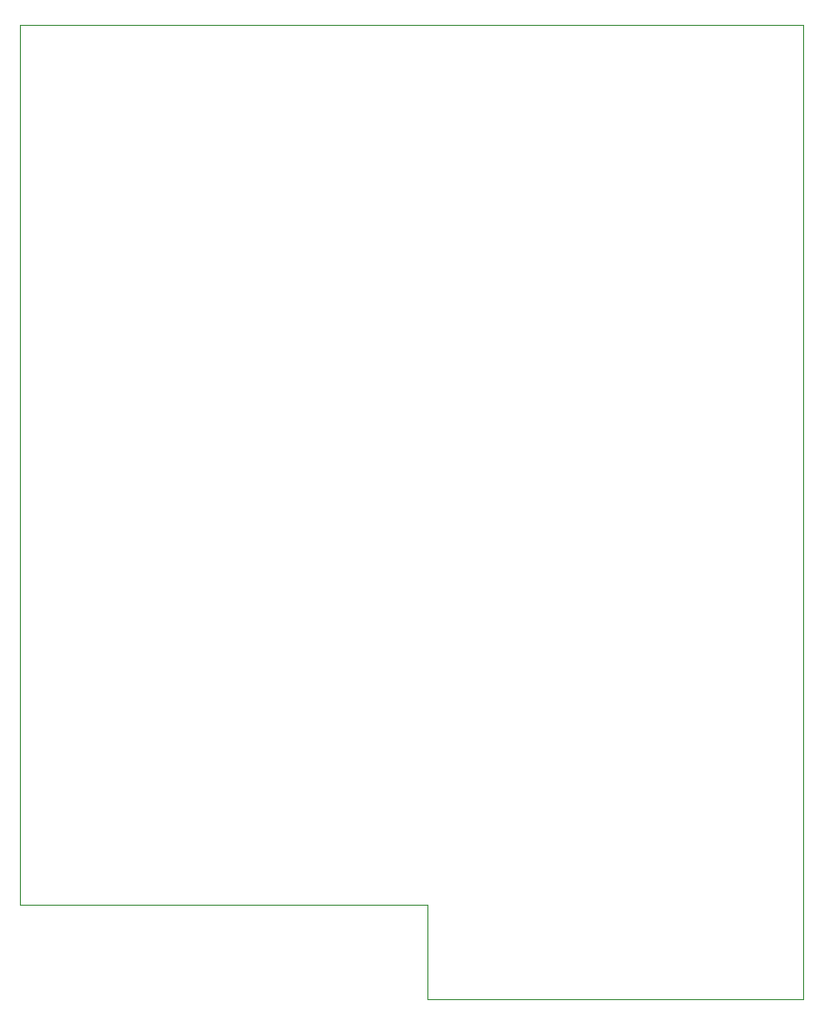
<source format=gbr>
%TF.GenerationSoftware,KiCad,Pcbnew,(6.0.0-0)*%
%TF.CreationDate,2023-01-16T12:55:47-05:00*%
%TF.ProjectId,Spindle_Driver,5370696e-646c-4655-9f44-72697665722e,rev?*%
%TF.SameCoordinates,Original*%
%TF.FileFunction,Profile,NP*%
%FSLAX46Y46*%
G04 Gerber Fmt 4.6, Leading zero omitted, Abs format (unit mm)*
G04 Created by KiCad (PCBNEW (6.0.0-0)) date 2023-01-16 12:55:47*
%MOMM*%
%LPD*%
G01*
G04 APERTURE LIST*
%TA.AperFunction,Profile*%
%ADD10C,0.100000*%
%TD*%
G04 APERTURE END LIST*
D10*
X168000000Y-142000000D02*
X133300000Y-142000000D01*
X133300000Y-142000000D02*
X133300000Y-67000000D01*
X168000000Y-150000000D02*
X168000000Y-142000000D01*
X133300000Y-67000000D02*
X200000000Y-67000000D01*
X200000000Y-67000000D02*
X200000000Y-150000000D01*
X200000000Y-150000000D02*
X168000000Y-150000000D01*
M02*

</source>
